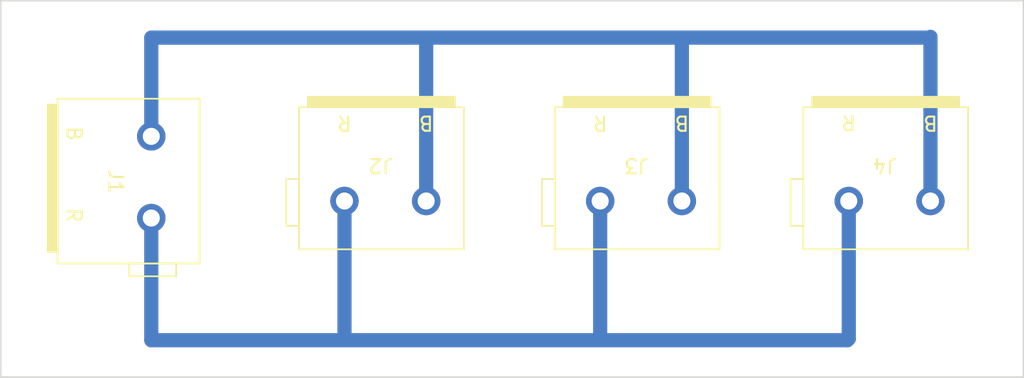
<source format=kicad_pcb>
(kicad_pcb (version 20241229) (generator "pcbnew") (generator_version "9.0")
  (title_block (title "KNX Tap") (date "2024-10-06") (rev "0.1") (company "jgc.org") (comment 1 "John Graham-Cumming"))
  (layers (0 "F.Cu" signal) (2 "B.Cu" signal) (13 "F.Paste" user) (15 "B.Paste" user) (5 "F.SilkS" user "F.Silkscreen") (7 "B.SilkS" user "B.Silkscreen") (1 "F.Mask" user) (3 "B.Mask" user) (25 "Edge.Cuts" user))
  (net 0 "")
  (net 1 "/black")
  (net 2 "/red")
  (footprint "haus-automatisierung:Wago-243-211" (layer "F.Cu") (at 97.1 68.5 180)
    (property "Reference" "J4" (at 5.842 5.89 180) (layer "F.SilkS"))
    (property "Value" "Conn_01x02_Pin")
    (fp_rect (start 11.6 1.65) (end 12.5 4.95) (stroke (width 0.12)) (fill no) (layer "F.SilkS"))
    (fp_rect (start 0 0) (end 11.6 10) (stroke (width 0.12)) (fill no) (layer "F.SilkS"))
    (pad "1" thru_hole circle (at 2.65 3.4 180) (size 2 2) (drill 1.2) (layers "*.Cu" "*.Mask") (net 1 "/black"))
    (pad "2" thru_hole circle (at 8.4 3.4 180) (size 2 2) (drill 1.2) (layers "*.Cu" "*.Mask") (net 2 "/red"))
  )
  (footprint "haus-automatisierung:Wago-243-211" (layer "F.Cu") (at 79.6 68.5 180)
    (property "Reference" "J3" (at 5.842 5.89 180) (layer "F.SilkS"))
    (property "Value" "Conn_01x02_Pin")
    (fp_rect (start 11.6 1.65) (end 12.5 4.95) (stroke (width 0.12)) (fill no) (layer "F.SilkS"))
    (fp_rect (start 0 0) (end 11.6 10) (stroke (width 0.12)) (fill no) (layer "F.SilkS"))
    (pad "1" thru_hole circle (at 2.65 3.4 180) (size 2 2) (drill 1.2) (layers "*.Cu" "*.Mask") (net 1 "/black"))
    (pad "2" thru_hole circle (at 8.4 3.4 180) (size 2 2) (drill 1.2) (layers "*.Cu" "*.Mask") (net 2 "/red"))
  )
  (footprint "haus-automatisierung:Wago-243-211" (layer "F.Cu") (at 61.6 68.5 180)
    (property "Reference" "J2" (at 5.842 5.89 180) (layer "F.SilkS"))
    (property "Value" "Conn_01x02_Pin")
    (fp_rect (start 11.6 1.65) (end 12.5 4.95) (stroke (width 0.12)) (fill no) (layer "F.SilkS"))
    (fp_rect (start 0 0) (end 11.6 10) (stroke (width 0.12)) (fill no) (layer "F.SilkS"))
    (pad "1" thru_hole circle (at 2.65 3.4 180) (size 2 2) (drill 1.2) (layers "*.Cu" "*.Mask") (net 1 "/black"))
    (pad "2" thru_hole circle (at 8.4 3.4 180) (size 2 2) (drill 1.2) (layers "*.Cu" "*.Mask") (net 2 "/red"))
  )
  (footprint "haus-automatisierung:Wago-243-211" (layer "F.Cu") (at 43 57.9 -90)
    (property "Reference" "J1" (at 5.842 5.89 270) (layer "F.SilkS"))
    (property "Value" "Conn_01x02_Pin")
    (fp_rect (start 11.6 1.65) (end 12.5 4.95) (stroke (width 0.12)) (fill no) (layer "F.SilkS"))
    (fp_rect (start 0 0) (end 11.6 10) (stroke (width 0.12)) (fill no) (layer "F.SilkS"))
    (pad "1" thru_hole circle (at 2.65 3.4 270) (size 2 2) (drill 1.2) (layers "*.Cu" "*.Mask") (net 1 "/black"))
    (pad "2" thru_hole circle (at 8.4 3.4 270) (size 2 2) (drill 1.2) (layers "*.Cu" "*.Mask") (net 2 "/red"))
  )
  (gr_rect (start 68.6375 57.775) (end 78.9625 58.45) (stroke (width 0.15)) (fill yes) (layer "F.SilkS"))
  (gr_rect (start 50.6375 57.775) (end 60.9625 58.45) (stroke (width 0.15)) (fill yes) (layer "F.SilkS"))
  (gr_rect (start 32.325 58.3375) (end 33 68.6625) (stroke (width 0.15)) (fill yes) (layer "F.SilkS"))
  (gr_rect (start 86.1375 57.775) (end 96.4625 58.45) (stroke (width 0.15)) (fill yes) (layer "F.SilkS"))
  (gr_rect (start 29 51) (end 101 77.5) (stroke (width 0.1)) (fill no) (layer "Edge.Cuts"))
  (gr_text "R" (at 53.2 59.61 180) (layer "F.SilkS") (effects (font (size 1 1))))
  (gr_text "B" (at 76.95 59.61 180) (layer "F.SilkS") (effects (font (size 1 1))))
  (gr_text "R" (at 71.2 59.61 180) (layer "F.SilkS") (effects (font (size 1 1))))
  (gr_text "R" (at 88.7 59.575 180) (layer "F.SilkS") (effects (font (size 1 1))))
  (gr_text "R" (at 34.16 66.1 270) (layer "F.SilkS") (effects (font (size 1 1))))
  (gr_text "B" (at 58.95 59.61 180) (layer "F.SilkS") (effects (font (size 1 1))))
  (gr_text "B" (at 34.16 60.35 270) (layer "F.SilkS") (effects (font (size 1 1))))
  (gr_text "B" (at 94.45 59.61 180) (layer "F.SilkS") (effects (font (size 1 1))))
  (segment (start 94.45 65.1) (end 94.45 53.55) (width 1) (layer "B.Cu") (net 1))
  (segment (start 94.4 53.6) (end 94.45 53.55) (width 1) (layer "B.Cu") (net 1))
  (segment (start 58.95 65.1) (end 58.95 53.95) (width 1) (layer "B.Cu") (net 1))
  (segment (start 39.6 53.6) (end 94.4 53.6) (width 1) (layer "B.Cu") (net 1))
  (segment (start 39.6 60.55) (end 39.6 53.6) (width 1) (layer "B.Cu") (net 1))
  (segment (start 76.95 65.1) (end 76.95 54.05) (width 1) (layer "B.Cu") (net 1))
  (segment (start 88.6 74.9) (end 88.7 74.8) (width 1) (layer "B.Cu") (net 2))
  (segment (start 39.6 66.3) (end 39.6 74.9) (width 1) (layer "B.Cu") (net 2))
  (segment (start 53.2 65.1) (end 53.2 74.8) (width 1) (layer "B.Cu") (net 2))
  (segment (start 88.7 65.1) (end 88.7 74.8) (width 1) (layer "B.Cu") (net 2))
  (segment (start 71.2 65.1) (end 71.2 74.8) (width 1) (layer "B.Cu") (net 2))
  (segment (start 39.6 74.9) (end 88.6 74.9) (width 1) (layer "B.Cu") (net 2))
)
</source>
